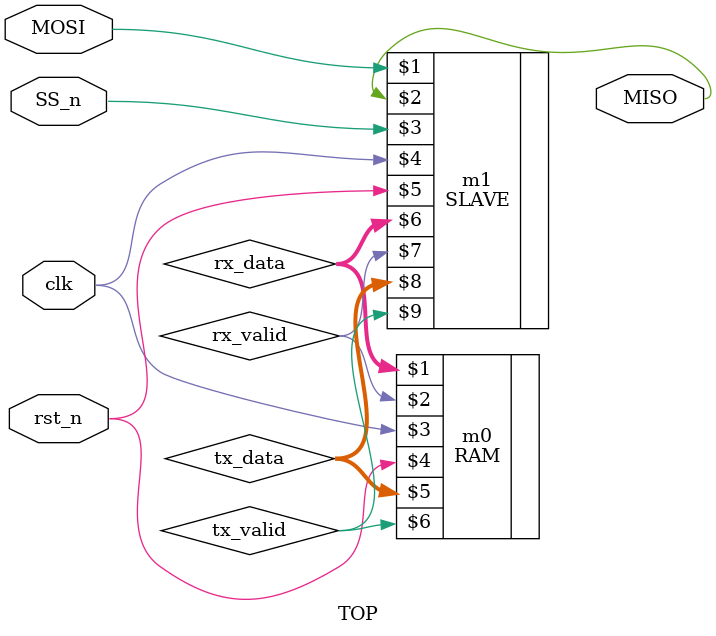
<source format=v>
module TOP (MOSI,MISO,SS_n,clk,rst_n);
input  MOSI,clk,rst_n,SS_n;
output MISO;
wire [9:0]rx_data;
wire [7:0]tx_data;
wire rx_valid,tx_valid;

RAM m0 (rx_data,rx_valid,clk,rst_n,tx_data,tx_valid);
SLAVE m1(MOSI,MISO,SS_n,clk,rst_n,rx_data,rx_valid,tx_data,tx_valid); 


endmodule
</source>
